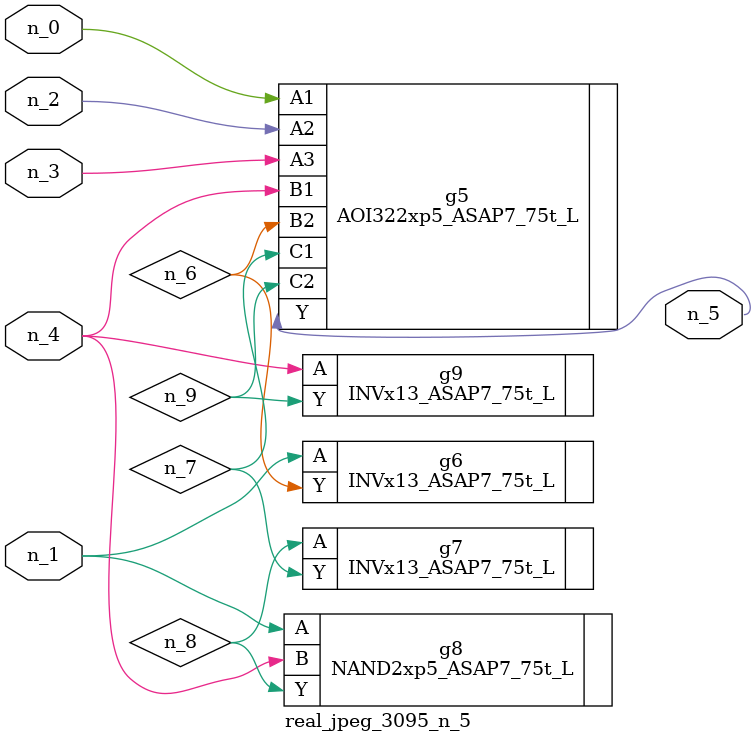
<source format=v>
module real_jpeg_3095_n_5 (n_4, n_0, n_1, n_2, n_3, n_5);

input n_4;
input n_0;
input n_1;
input n_2;
input n_3;

output n_5;

wire n_8;
wire n_6;
wire n_7;
wire n_9;

AOI322xp5_ASAP7_75t_L g5 ( 
.A1(n_0),
.A2(n_2),
.A3(n_3),
.B1(n_4),
.B2(n_6),
.C1(n_7),
.C2(n_9),
.Y(n_5)
);

INVx13_ASAP7_75t_L g6 ( 
.A(n_1),
.Y(n_6)
);

NAND2xp5_ASAP7_75t_L g8 ( 
.A(n_1),
.B(n_4),
.Y(n_8)
);

INVx13_ASAP7_75t_L g9 ( 
.A(n_4),
.Y(n_9)
);

INVx13_ASAP7_75t_L g7 ( 
.A(n_8),
.Y(n_7)
);


endmodule
</source>
